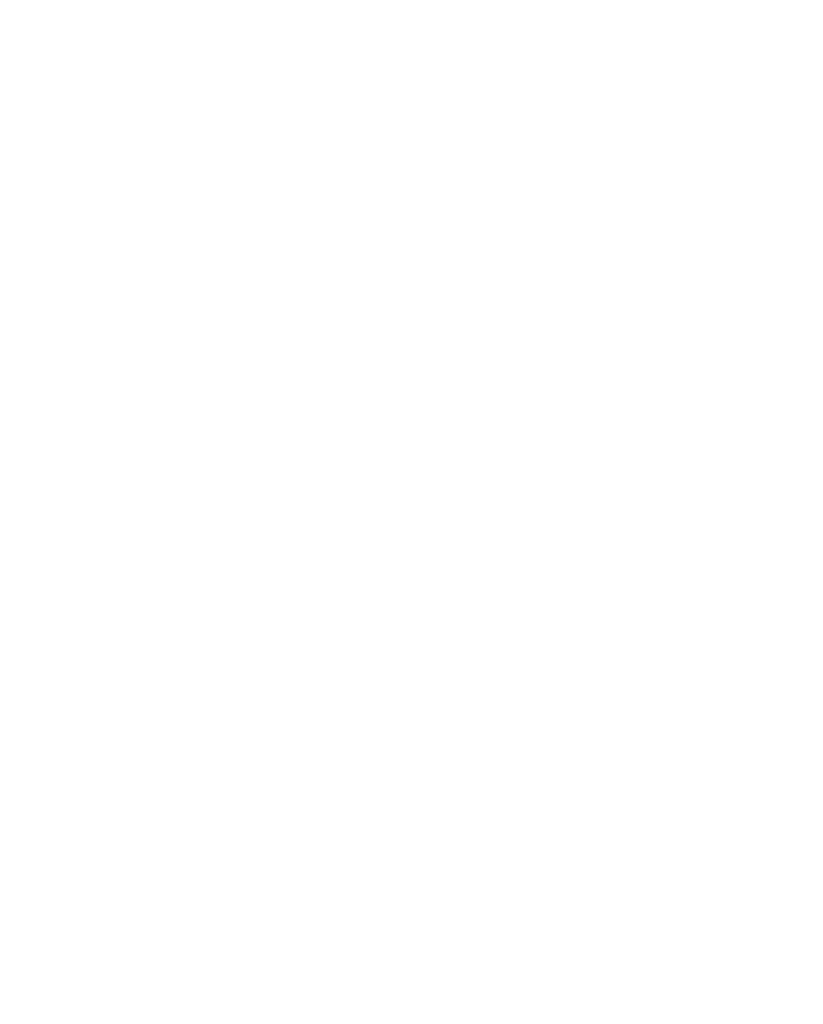
<source format=gbr>
G04 Created by GerbView*
%FSLAX35Y35*%
%MOMM*%
G75*
%ADD10C,0.0254*%
%ADD11C,0.1245*%
%LNEXPORT*%
D02*
D10*
D11*
X16250000Y15200000D03*
D10*
D11*
X16081250Y15281250D03*
D10*
D11*
X7993360Y22962110D03*
D10*
D11*
X8056650Y22962110D03*
D10*
D11*
X13513990Y8081310D03*
D10*
D11*
X13582020Y8013280D03*
D10*
D11*
X8138750Y23481250D03*
D10*
D11*
X499490Y11799490D03*
D10*
D11*
X567800Y11731180D03*
D10*
D11*
X-00054999Y9380000D03*
D10*
D11*
X-00163999Y9266000D03*
D10*
D11*
X148000Y9696000D03*
D10*
D11*
X161000Y7951000D03*
D10*
D11*
X169000Y7741000D03*
D10*
D11*
X11487500Y30818750D03*
D10*
D11*
X11493750Y30531250D03*
D10*
D11*
X11493750Y30637500D03*
D10*
D11*
X11975000Y30093750D03*
D10*
D11*
X12087500Y30093750D03*
D10*
D11*
X12156250Y30093750D03*
D10*
D11*
X12275000Y30093750D03*
D10*
D11*
X12756250Y30518750D03*
D10*
D11*
X12756250Y30825000D03*
D10*
D11*
X12762500Y30637500D03*
D10*
D11*
X13462500Y8068750D03*
D10*
D11*
X13562500Y7968750D03*
D10*
D11*
X14025000Y8293750D03*
D10*
D11*
X14025000Y8425000D03*
D10*
D11*
X14025000Y8475000D03*
D10*
D11*
X14025000Y8606250D03*
D10*
D11*
X14493750Y9025000D03*
D10*
D11*
X14612500Y9031250D03*
D10*
D11*
X14681250Y9031250D03*
D10*
D11*
X14793750Y9037500D03*
D10*
D11*
X15218750Y8462500D03*
D10*
D11*
X15218750Y8618750D03*
D10*
D11*
X15275000Y8425000D03*
D10*
D11*
X15281250Y8300000D03*
D10*
D11*
X18837500Y9025000D03*
D10*
D11*
X18962500Y9031250D03*
D10*
D11*
X19037500Y9031250D03*
D10*
D11*
X19150000Y9031250D03*
D10*
D11*
X19612500Y8281250D03*
D10*
D11*
X19625000Y8612500D03*
D10*
D11*
X19631250Y8531250D03*
D10*
D11*
X316000Y6920000D03*
D10*
D11*
X507000Y6885000D03*
D10*
D11*
X655000Y6665000D03*
D10*
D11*
X657000Y6522000D03*
D10*
D11*
X7143750Y30637500D03*
D10*
D11*
X7143750Y30706250D03*
D10*
D11*
X7143750Y30818750D03*
D10*
D11*
X7150000Y30518750D03*
D10*
D11*
X7556250Y31137500D03*
D10*
D11*
X7612500Y30068750D03*
D10*
D11*
X7731250Y30056250D03*
D10*
D11*
X7750000Y31075000D03*
D10*
D11*
X7831250Y30068750D03*
D10*
D11*
X7900000Y30068750D03*
D10*
D11*
X7959000Y22923000D03*
D10*
D11*
X8098000Y22925000D03*
D10*
D11*
X8412500Y30537500D03*
D10*
D11*
X8412500Y30637500D03*
D10*
D11*
X8412500Y30712500D03*
D10*
D11*
X8412500Y30818750D03*
D10*
D11*
X-00056249Y9325000D03*
D10*
D11*
X699670Y6547490D03*
D10*
D11*
X862500Y7656250D03*
D10*
D11*
X-00162499Y9325000D03*
D10*
D11*
X699670Y6647490D03*
D10*
D11*
X862500Y7537500D03*
D10*
D11*
X150000Y9637500D03*
D10*
D11*
X156250Y7792500D03*
D10*
D11*
X43750Y9637500D03*
D10*
D11*
X156250Y7892500D03*
D10*
D11*
X356250Y6881250D03*
D10*
D11*
X455430Y6882070D03*
D10*
D11*
X11536470Y30733980D03*
D10*
D11*
X7897270Y30121250D03*
D10*
D11*
X8363530Y30616020D03*
D10*
D11*
X8363530Y30797270D03*
D10*
D11*
X15238530Y8391020D03*
D10*
D11*
X11536470Y30552730D03*
D10*
D11*
X15238530Y8572270D03*
D10*
D11*
X14708980Y8988530D03*
D10*
D11*
X14527730Y8988530D03*
D10*
D11*
X14061470Y8508980D03*
D10*
D11*
X14061470Y8327730D03*
D10*
D11*
X12066020Y30136470D03*
D10*
D11*
X12247270Y30136470D03*
D10*
D11*
X12713530Y30616020D03*
D10*
D11*
X12713530Y30797270D03*
D10*
D11*
X7186470Y30733980D03*
D10*
D11*
X7186470Y30552730D03*
D10*
D11*
X7716020Y30104370D03*
D10*
D11*
X11536470Y30797270D03*
D10*
D11*
X7833980Y30121250D03*
D10*
D11*
X8363530Y30552730D03*
D10*
D11*
X8363530Y30733980D03*
D10*
D11*
X15238530Y8327730D03*
D10*
D11*
X11536470Y30616020D03*
D10*
D11*
X15238530Y8508980D03*
D10*
D11*
X14772270Y8988530D03*
D10*
D11*
X14591020Y8988530D03*
D10*
D11*
X14061470Y8572270D03*
D10*
D11*
X14061470Y8391020D03*
D10*
D11*
X12002730Y30136470D03*
D10*
D11*
X12183980Y30136470D03*
D10*
D11*
X12713530Y30552730D03*
D10*
D11*
X12713530Y30733980D03*
D10*
D11*
X7186470Y30797270D03*
D10*
D11*
X7186470Y30616020D03*
D10*
D11*
X7652730Y30104370D03*
D10*
D11*
X1501920Y29133170D03*
D10*
D11*
X14705000Y7825000D03*
D10*
D11*
X1457160Y29088410D03*
D10*
D11*
X14805000Y7825000D03*
D10*
D11*
X19588530Y8391020D03*
D10*
D11*
X19588530Y8572270D03*
D10*
D11*
X19058980Y8988530D03*
D10*
D11*
X18877730Y8988530D03*
D10*
D11*
X19588530Y8327730D03*
D10*
D11*
X19588530Y8508980D03*
D10*
D11*
X19122270Y8988530D03*
D10*
D11*
X18941020Y8988530D03*
D10*
D11*
X19144470Y7838210D03*
D10*
D11*
X19215190Y7908930D03*
D10*
D02*
M02*

</source>
